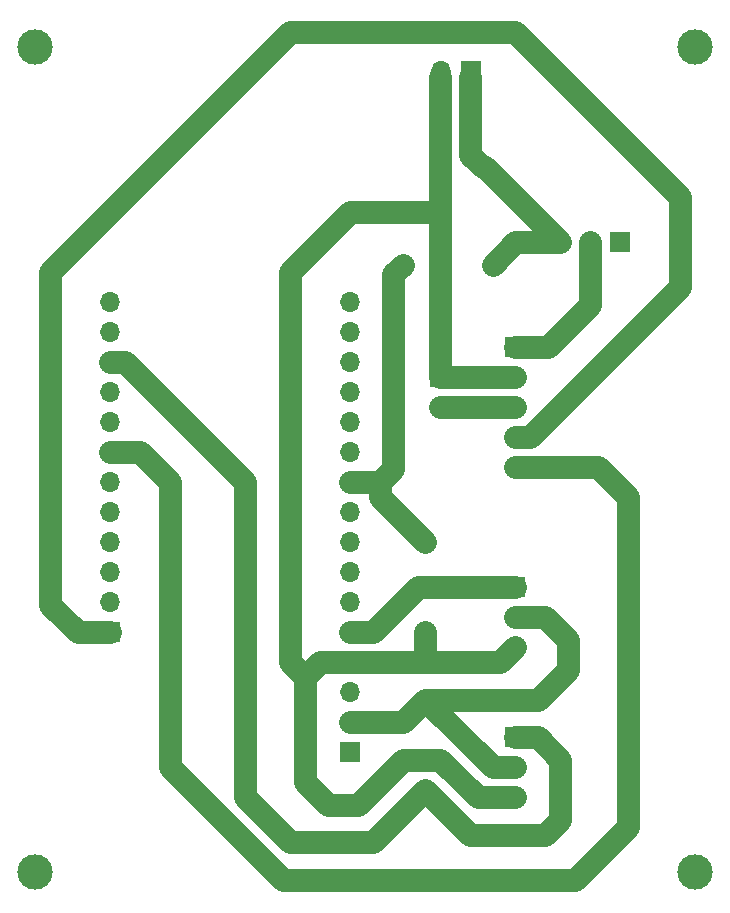
<source format=gbr>
G04 #@! TF.GenerationSoftware,KiCad,Pcbnew,5.0.2-bee76a0~70~ubuntu18.04.1*
G04 #@! TF.CreationDate,2019-07-26T20:49:16-04:00*
G04 #@! TF.ProjectId,knuth-gateway,6b6e7574-682d-4676-9174-657761792e6b,rev?*
G04 #@! TF.SameCoordinates,Original*
G04 #@! TF.FileFunction,Copper,L2,Bot*
G04 #@! TF.FilePolarity,Positive*
%FSLAX46Y46*%
G04 Gerber Fmt 4.6, Leading zero omitted, Abs format (unit mm)*
G04 Created by KiCad (PCBNEW 5.0.2-bee76a0~70~ubuntu18.04.1) date Fri 26 Jul 2019 08:49:16 PM EDT*
%MOMM*%
%LPD*%
G01*
G04 APERTURE LIST*
G04 #@! TA.AperFunction,ComponentPad*
%ADD10R,1.700000X1.700000*%
G04 #@! TD*
G04 #@! TA.AperFunction,ComponentPad*
%ADD11O,1.700000X1.700000*%
G04 #@! TD*
G04 #@! TA.AperFunction,ComponentPad*
%ADD12O,1.600000X1.600000*%
G04 #@! TD*
G04 #@! TA.AperFunction,ComponentPad*
%ADD13C,1.600000*%
G04 #@! TD*
G04 #@! TA.AperFunction,ViaPad*
%ADD14C,3.000000*%
G04 #@! TD*
G04 #@! TA.AperFunction,Conductor*
%ADD15C,1.905000*%
G04 #@! TD*
G04 APERTURE END LIST*
D10*
G04 #@! TO.P,R_Delay1,1*
G04 #@! TO.N,GND*
X246380000Y-81280000D03*
D11*
G04 #@! TO.P,R_Delay1,2*
G04 #@! TO.N,Net-(R_Delay1-Pad2)*
X246380000Y-83820000D03*
G04 #@! TD*
D10*
G04 #@! TO.P,U4,1*
G04 #@! TO.N,Net-(U4-Pad1)*
X252730000Y-78740000D03*
D11*
G04 #@! TO.P,U4,2*
G04 #@! TO.N,GND*
X252730000Y-81280000D03*
G04 #@! TO.P,U4,3*
G04 #@! TO.N,Net-(R_Delay1-Pad2)*
X252730000Y-83820000D03*
G04 #@! TO.P,U4,4*
G04 #@! TO.N,VBAT*
X252730000Y-86360000D03*
G04 #@! TO.P,U4,5*
G04 #@! TO.N,D10*
X252730000Y-88900000D03*
G04 #@! TD*
G04 #@! TO.P,1-Wire1,3*
G04 #@! TO.N,GND*
X252730000Y-116840000D03*
G04 #@! TO.P,1-Wire1,2*
G04 #@! TO.N,+3V3*
X252730000Y-114300000D03*
D10*
G04 #@! TO.P,1-Wire1,1*
G04 #@! TO.N,D5*
X252730000Y-111760000D03*
G04 #@! TD*
G04 #@! TO.P,EC-5,1*
G04 #@! TO.N,A0*
X252730000Y-99060000D03*
D11*
G04 #@! TO.P,EC-5,2*
G04 #@! TO.N,+3V3*
X252730000Y-101600000D03*
G04 #@! TO.P,EC-5,3*
G04 #@! TO.N,GND*
X252730000Y-104140000D03*
G04 #@! TD*
D10*
G04 #@! TO.P,J1,1*
G04 #@! TO.N,VBAT*
X218440000Y-102870000D03*
D11*
G04 #@! TO.P,J1,2*
G04 #@! TO.N,N/C*
X218440000Y-100330000D03*
G04 #@! TO.P,J1,3*
X218440000Y-97790000D03*
G04 #@! TO.P,J1,4*
X218440000Y-95250000D03*
G04 #@! TO.P,J1,5*
X218440000Y-92710000D03*
G04 #@! TO.P,J1,6*
X218440000Y-90170000D03*
G04 #@! TO.P,J1,7*
G04 #@! TO.N,D10*
X218440000Y-87630000D03*
G04 #@! TO.P,J1,8*
G04 #@! TO.N,N/C*
X218440000Y-85090000D03*
G04 #@! TO.P,J1,9*
X218440000Y-82550000D03*
G04 #@! TO.P,J1,10*
G04 #@! TO.N,D5*
X218440000Y-80010000D03*
G04 #@! TO.P,J1,11*
G04 #@! TO.N,N/C*
X218440000Y-77470000D03*
G04 #@! TO.P,J1,12*
X218440000Y-74930000D03*
G04 #@! TD*
D10*
G04 #@! TO.P,J2,1*
G04 #@! TO.N,N/C*
X238760000Y-113030000D03*
D11*
G04 #@! TO.P,J2,2*
G04 #@! TO.N,+3V3*
X238760000Y-110490000D03*
G04 #@! TO.P,J2,3*
G04 #@! TO.N,N/C*
X238760000Y-107950000D03*
G04 #@! TO.P,J2,4*
G04 #@! TO.N,GND*
X238760000Y-105410000D03*
G04 #@! TO.P,J2,5*
G04 #@! TO.N,A0*
X238760000Y-102870000D03*
G04 #@! TO.P,J2,6*
G04 #@! TO.N,N/C*
X238760000Y-100330000D03*
G04 #@! TO.P,J2,7*
X238760000Y-97790000D03*
G04 #@! TO.P,J2,8*
X238760000Y-95250000D03*
G04 #@! TO.P,J2,9*
X238760000Y-92710000D03*
G04 #@! TO.P,J2,10*
G04 #@! TO.N,A5*
X238760000Y-90170000D03*
G04 #@! TO.P,J2,11*
G04 #@! TO.N,N/C*
X238760000Y-87630000D03*
G04 #@! TO.P,J2,12*
X238760000Y-85090000D03*
G04 #@! TO.P,J2,13*
X238760000Y-82550000D03*
G04 #@! TO.P,J2,14*
X238760000Y-80010000D03*
G04 #@! TO.P,J2,15*
X238760000Y-77470000D03*
G04 #@! TO.P,J2,16*
X238760000Y-74930000D03*
G04 #@! TD*
D10*
G04 #@! TO.P,switch1,1*
G04 #@! TO.N,N/C*
X261620000Y-69850000D03*
D11*
G04 #@! TO.P,switch1,2*
G04 #@! TO.N,Net-(U4-Pad1)*
X259080000Y-69850000D03*
G04 #@! TO.P,switch1,3*
G04 #@! TO.N,Net-(RD1-Pad1)*
X256540000Y-69850000D03*
G04 #@! TD*
D10*
G04 #@! TO.P,solar1,1*
G04 #@! TO.N,Net-(RD1-Pad1)*
X248970800Y-55372000D03*
D11*
G04 #@! TO.P,solar1,2*
G04 #@! TO.N,GND*
X246430800Y-55372000D03*
G04 #@! TD*
D12*
G04 #@! TO.P,RD1,2*
G04 #@! TO.N,A5*
X243205000Y-71755000D03*
D13*
G04 #@! TO.P,RD1,1*
G04 #@! TO.N,Net-(RD1-Pad1)*
X250825000Y-71755000D03*
G04 #@! TD*
G04 #@! TO.P,RD2,1*
G04 #@! TO.N,A5*
X245110000Y-95250000D03*
D12*
G04 #@! TO.P,RD2,2*
G04 #@! TO.N,GND*
X245110000Y-102870000D03*
G04 #@! TD*
D13*
G04 #@! TO.P,RP1,1*
G04 #@! TO.N,D5*
X245110000Y-116205000D03*
D12*
G04 #@! TO.P,RP1,2*
G04 #@! TO.N,+3V3*
X245110000Y-108585000D03*
G04 #@! TD*
D14*
G04 #@! TO.N,*
X212090000Y-123190000D03*
X267970000Y-123190000D03*
X267970000Y-53340000D03*
X212090000Y-53340000D03*
G04 #@! TD*
D15*
G04 #@! TO.N,GND*
X252730000Y-81280000D02*
X246380000Y-81280000D01*
X236220000Y-105410000D02*
X238760000Y-105410000D01*
X234950000Y-106680000D02*
X236220000Y-105410000D01*
X246380000Y-67310000D02*
X246380000Y-81280000D01*
X246380000Y-67310000D02*
X238760000Y-67310000D01*
X246380000Y-59690000D02*
X246380000Y-67310000D01*
X238760000Y-67310000D02*
X233680000Y-72390000D01*
X233680000Y-105410000D02*
X234950000Y-106680000D01*
X233680000Y-72390000D02*
X233680000Y-105410000D01*
X246380000Y-59690000D02*
X246380000Y-55880000D01*
X252730000Y-104140000D02*
X251460000Y-105410000D01*
X234950000Y-115570000D02*
X234950000Y-106680000D01*
X252730000Y-116840000D02*
X249555000Y-116840000D01*
X249555000Y-116840000D02*
X246380000Y-113665000D01*
X246380000Y-113665000D02*
X243205000Y-113665000D01*
X243205000Y-113665000D02*
X239395000Y-117475000D01*
X236855000Y-117475000D02*
X234950000Y-115570000D01*
X239395000Y-117475000D02*
X236855000Y-117475000D01*
X251460000Y-105410000D02*
X247015000Y-105410000D01*
X245110000Y-105410000D02*
X245110000Y-102870000D01*
X245110000Y-105410000D02*
X238760000Y-105410000D01*
X247015000Y-105410000D02*
X245110000Y-105410000D01*
G04 #@! TO.N,Net-(R_Delay1-Pad2)*
X252730000Y-83820000D02*
X246380000Y-83820000D01*
G04 #@! TO.N,+3V3*
X243205000Y-110490000D02*
X245110000Y-108585000D01*
X238760000Y-110490000D02*
X243205000Y-110490000D01*
X257175000Y-103505000D02*
X255270000Y-101600000D01*
X257175000Y-106045000D02*
X257175000Y-103505000D01*
X245110000Y-108585000D02*
X254635000Y-108585000D01*
X255270000Y-101600000D02*
X252730000Y-101600000D01*
X254635000Y-108585000D02*
X257175000Y-106045000D01*
X250825000Y-114300000D02*
X245110000Y-108585000D01*
X252730000Y-114300000D02*
X250825000Y-114300000D01*
G04 #@! TO.N,D5*
X219710000Y-80010000D02*
X218440000Y-80010000D01*
X229870000Y-90170000D02*
X219710000Y-80010000D01*
X252730000Y-111760000D02*
X254635000Y-111760000D01*
X254635000Y-111760000D02*
X256540000Y-113665000D01*
X256540000Y-113665000D02*
X256540000Y-118745000D01*
X256540000Y-118745000D02*
X255270000Y-120015000D01*
X248920000Y-120015000D02*
X245110000Y-116205000D01*
X255270000Y-120015000D02*
X248920000Y-120015000D01*
X233680000Y-120650000D02*
X229870000Y-116840000D01*
X245110000Y-116205000D02*
X240665000Y-120650000D01*
X240665000Y-120650000D02*
X233680000Y-120650000D01*
X229870000Y-116840000D02*
X229870000Y-90170000D01*
G04 #@! TO.N,A0*
X240665000Y-102870000D02*
X238760000Y-102870000D01*
X252730000Y-99060000D02*
X244475000Y-99060000D01*
X244475000Y-99060000D02*
X240665000Y-102870000D01*
G04 #@! TO.N,VBAT*
X266700000Y-73660000D02*
X254000000Y-86360000D01*
X266700000Y-66040000D02*
X266700000Y-73660000D01*
X215685000Y-102870000D02*
X213360000Y-100545000D01*
X254000000Y-86360000D02*
X252730000Y-86360000D01*
X252730000Y-52070000D02*
X266700000Y-66040000D01*
X218440000Y-102870000D02*
X215685000Y-102870000D01*
X213360000Y-100545000D02*
X213360000Y-72390000D01*
X213360000Y-72390000D02*
X233680000Y-52070000D01*
X233680000Y-52070000D02*
X252730000Y-52070000D01*
G04 #@! TO.N,D10*
X262255000Y-91440000D02*
X259715000Y-88900000D01*
X262255000Y-119380000D02*
X262255000Y-91440000D01*
X220980000Y-87630000D02*
X223520000Y-90170000D01*
X218440000Y-87630000D02*
X220980000Y-87630000D01*
X223520000Y-90170000D02*
X223520000Y-114300000D01*
X259715000Y-88900000D02*
X252730000Y-88900000D01*
X257810000Y-123825000D02*
X262255000Y-119380000D01*
X223520000Y-114300000D02*
X233045000Y-123825000D01*
X233045000Y-123825000D02*
X257810000Y-123825000D01*
G04 #@! TO.N,Net-(U4-Pad1)*
X255485000Y-78740000D02*
X252730000Y-78740000D01*
X259080000Y-75145000D02*
X255485000Y-78740000D01*
X259080000Y-69850000D02*
X259080000Y-75145000D01*
G04 #@! TO.N,A5*
X241300000Y-90170000D02*
X238760000Y-90170000D01*
X242405001Y-89064999D02*
X241300000Y-90170000D01*
X242405001Y-72554999D02*
X242405001Y-89064999D01*
X243205000Y-71755000D02*
X242405001Y-72554999D01*
X241300000Y-91440000D02*
X245110000Y-95250000D01*
X241300000Y-90170000D02*
X241300000Y-91440000D01*
G04 #@! TO.N,Net-(RD1-Pad1)*
X249975000Y-63500000D02*
X248920000Y-62445000D01*
X248920000Y-62445000D02*
X248920000Y-59690000D01*
X250190000Y-63500000D02*
X249975000Y-63500000D01*
X256540000Y-69850000D02*
X250190000Y-63500000D01*
X248920000Y-59690000D02*
X248920000Y-55880000D01*
X252730000Y-69850000D02*
X250825000Y-71755000D01*
X256540000Y-69850000D02*
X252730000Y-69850000D01*
G04 #@! TD*
M02*

</source>
